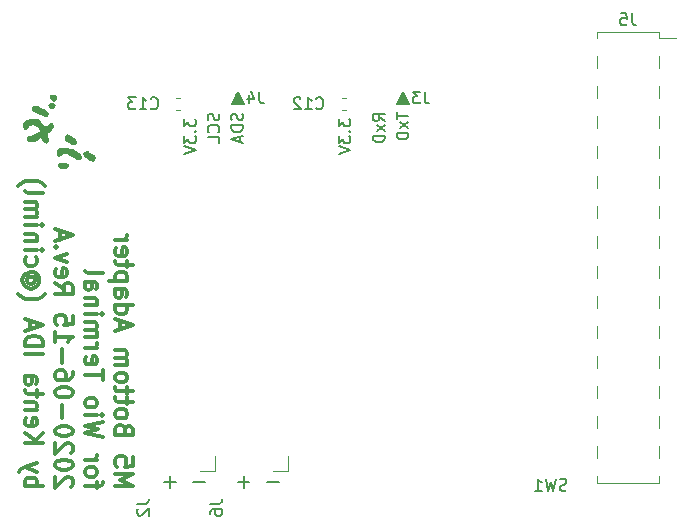
<source format=gbo>
G04 #@! TF.GenerationSoftware,KiCad,Pcbnew,(5.0.0)*
G04 #@! TF.CreationDate,2020-06-15T03:52:37+09:00*
G04 #@! TF.ProjectId,WioTerminal_M5Adapter,57696F5465726D696E616C5F4D354164,rev?*
G04 #@! TF.SameCoordinates,PX206cc80PYfe6f74f0*
G04 #@! TF.FileFunction,Legend,Bot*
G04 #@! TF.FilePolarity,Positive*
%FSLAX46Y46*%
G04 Gerber Fmt 4.6, Leading zero omitted, Abs format (unit mm)*
G04 Created by KiCad (PCBNEW (5.0.0)) date 06/15/20 03:52:37*
%MOMM*%
%LPD*%
G01*
G04 APERTURE LIST*
%ADD10C,0.150000*%
%ADD11C,0.200000*%
%ADD12C,0.300000*%
%ADD13C,0.120000*%
%ADD14C,0.010000*%
G04 APERTURE END LIST*
D10*
X-16800000Y-19000000D02*
X-17800000Y-19000000D01*
X-19200000Y-19000000D02*
X-20200000Y-19000000D01*
X-19700000Y-18500000D02*
X-19700000Y-19500000D01*
D11*
X-5447620Y11727142D02*
X-5447620Y11108095D01*
X-5066667Y11441428D01*
X-5066667Y11298571D01*
X-5019048Y11203333D01*
X-4971429Y11155714D01*
X-4876191Y11108095D01*
X-4638096Y11108095D01*
X-4542858Y11155714D01*
X-4495239Y11203333D01*
X-4447620Y11298571D01*
X-4447620Y11584285D01*
X-4495239Y11679523D01*
X-4542858Y11727142D01*
X-4542858Y10679523D02*
X-4495239Y10631904D01*
X-4447620Y10679523D01*
X-4495239Y10727142D01*
X-4542858Y10679523D01*
X-4447620Y10679523D01*
X-5447620Y10298571D02*
X-5447620Y9679523D01*
X-5066667Y10012857D01*
X-5066667Y9870000D01*
X-5019048Y9774761D01*
X-4971429Y9727142D01*
X-4876191Y9679523D01*
X-4638096Y9679523D01*
X-4542858Y9727142D01*
X-4495239Y9774761D01*
X-4447620Y9870000D01*
X-4447620Y10155714D01*
X-4495239Y10250952D01*
X-4542858Y10298571D01*
X-5447620Y9393809D02*
X-4447620Y9060476D01*
X-5447620Y8727142D01*
X-18547620Y11727142D02*
X-18547620Y11108095D01*
X-18166667Y11441428D01*
X-18166667Y11298571D01*
X-18119048Y11203333D01*
X-18071429Y11155714D01*
X-17976191Y11108095D01*
X-17738096Y11108095D01*
X-17642858Y11155714D01*
X-17595239Y11203333D01*
X-17547620Y11298571D01*
X-17547620Y11584285D01*
X-17595239Y11679523D01*
X-17642858Y11727142D01*
X-17642858Y10679523D02*
X-17595239Y10631904D01*
X-17547620Y10679523D01*
X-17595239Y10727142D01*
X-17642858Y10679523D01*
X-17547620Y10679523D01*
X-18547620Y10298571D02*
X-18547620Y9679523D01*
X-18166667Y10012857D01*
X-18166667Y9870000D01*
X-18119048Y9774761D01*
X-18071429Y9727142D01*
X-17976191Y9679523D01*
X-17738096Y9679523D01*
X-17642858Y9727142D01*
X-17595239Y9774761D01*
X-17547620Y9870000D01*
X-17547620Y10155714D01*
X-17595239Y10250952D01*
X-17642858Y10298571D01*
X-18547620Y9393809D02*
X-17547620Y9060476D01*
X-18547620Y8727142D01*
X-15595239Y12179523D02*
X-15547620Y12036666D01*
X-15547620Y11798571D01*
X-15595239Y11703333D01*
X-15642858Y11655714D01*
X-15738096Y11608095D01*
X-15833334Y11608095D01*
X-15928572Y11655714D01*
X-15976191Y11703333D01*
X-16023810Y11798571D01*
X-16071429Y11989047D01*
X-16119048Y12084285D01*
X-16166667Y12131904D01*
X-16261905Y12179523D01*
X-16357143Y12179523D01*
X-16452381Y12131904D01*
X-16500000Y12084285D01*
X-16547620Y11989047D01*
X-16547620Y11750952D01*
X-16500000Y11608095D01*
X-15642858Y10608095D02*
X-15595239Y10655714D01*
X-15547620Y10798571D01*
X-15547620Y10893809D01*
X-15595239Y11036666D01*
X-15690477Y11131904D01*
X-15785715Y11179523D01*
X-15976191Y11227142D01*
X-16119048Y11227142D01*
X-16309524Y11179523D01*
X-16404762Y11131904D01*
X-16500000Y11036666D01*
X-16547620Y10893809D01*
X-16547620Y10798571D01*
X-16500000Y10655714D01*
X-16452381Y10608095D01*
X-15547620Y9703333D02*
X-15547620Y10179523D01*
X-16547620Y10179523D01*
X-13595239Y12179523D02*
X-13547620Y12036666D01*
X-13547620Y11798571D01*
X-13595239Y11703333D01*
X-13642858Y11655714D01*
X-13738096Y11608095D01*
X-13833334Y11608095D01*
X-13928572Y11655714D01*
X-13976191Y11703333D01*
X-14023810Y11798571D01*
X-14071429Y11989047D01*
X-14119048Y12084285D01*
X-14166667Y12131904D01*
X-14261905Y12179523D01*
X-14357143Y12179523D01*
X-14452381Y12131904D01*
X-14500000Y12084285D01*
X-14547620Y11989047D01*
X-14547620Y11750952D01*
X-14500000Y11608095D01*
X-13547620Y11179523D02*
X-14547620Y11179523D01*
X-14547620Y10941428D01*
X-14500000Y10798571D01*
X-14404762Y10703333D01*
X-14309524Y10655714D01*
X-14119048Y10608095D01*
X-13976191Y10608095D01*
X-13785715Y10655714D01*
X-13690477Y10703333D01*
X-13595239Y10798571D01*
X-13547620Y10941428D01*
X-13547620Y11179523D01*
X-13833334Y10227142D02*
X-13833334Y9750952D01*
X-13547620Y10322380D02*
X-14547620Y9989047D01*
X-13547620Y9655714D01*
X-1547620Y11560476D02*
X-2023810Y11893809D01*
X-1547620Y12131904D02*
X-2547620Y12131904D01*
X-2547620Y11750952D01*
X-2500000Y11655714D01*
X-2452381Y11608095D01*
X-2357143Y11560476D01*
X-2214286Y11560476D01*
X-2119048Y11608095D01*
X-2071429Y11655714D01*
X-2023810Y11750952D01*
X-2023810Y12131904D01*
X-1547620Y11227142D02*
X-2214286Y10703333D01*
X-2214286Y11227142D02*
X-1547620Y10703333D01*
X-1547620Y10322380D02*
X-2547620Y10322380D01*
X-2547620Y10084285D01*
X-2500000Y9941428D01*
X-2404762Y9846190D01*
X-2309524Y9798571D01*
X-2119048Y9750952D01*
X-1976191Y9750952D01*
X-1785715Y9798571D01*
X-1690477Y9846190D01*
X-1595239Y9941428D01*
X-1547620Y10084285D01*
X-1547620Y10322380D01*
X-547620Y12274761D02*
X-547620Y11703333D01*
X452380Y11989047D02*
X-547620Y11989047D01*
X452380Y11465238D02*
X-214286Y10941428D01*
X-214286Y11465238D02*
X452380Y10941428D01*
X452380Y10560476D02*
X-547620Y10560476D01*
X-547620Y10322380D01*
X-500000Y10179523D01*
X-404762Y10084285D01*
X-309524Y10036666D01*
X-119048Y9989047D01*
X23809Y9989047D01*
X214285Y10036666D01*
X309523Y10084285D01*
X404761Y10179523D01*
X452380Y10322380D01*
X452380Y10560476D01*
D10*
X-10500000Y-19000000D02*
X-11500000Y-19000000D01*
X-13500000Y-18500000D02*
X-13500000Y-19500000D01*
X-13000000Y-19000000D02*
X-14000000Y-19000000D01*
D12*
X-24353572Y-19347858D02*
X-22853572Y-19347858D01*
X-23925000Y-18847858D01*
X-22853572Y-18347858D01*
X-24353572Y-18347858D01*
X-22853572Y-16919286D02*
X-22853572Y-17633572D01*
X-23567858Y-17705000D01*
X-23496429Y-17633572D01*
X-23425000Y-17490715D01*
X-23425000Y-17133572D01*
X-23496429Y-16990715D01*
X-23567858Y-16919286D01*
X-23710715Y-16847858D01*
X-24067858Y-16847858D01*
X-24210715Y-16919286D01*
X-24282143Y-16990715D01*
X-24353572Y-17133572D01*
X-24353572Y-17490715D01*
X-24282143Y-17633572D01*
X-24210715Y-17705000D01*
X-23567858Y-14562143D02*
X-23639286Y-14347858D01*
X-23710715Y-14276429D01*
X-23853572Y-14205001D01*
X-24067858Y-14205001D01*
X-24210715Y-14276429D01*
X-24282143Y-14347858D01*
X-24353572Y-14490715D01*
X-24353572Y-15062143D01*
X-22853572Y-15062143D01*
X-22853572Y-14562143D01*
X-22925000Y-14419286D01*
X-22996429Y-14347858D01*
X-23139286Y-14276429D01*
X-23282143Y-14276429D01*
X-23425000Y-14347858D01*
X-23496429Y-14419286D01*
X-23567858Y-14562143D01*
X-23567858Y-15062143D01*
X-24353572Y-13347858D02*
X-24282143Y-13490715D01*
X-24210715Y-13562143D01*
X-24067858Y-13633572D01*
X-23639286Y-13633572D01*
X-23496429Y-13562143D01*
X-23425000Y-13490715D01*
X-23353572Y-13347858D01*
X-23353572Y-13133572D01*
X-23425000Y-12990715D01*
X-23496429Y-12919286D01*
X-23639286Y-12847858D01*
X-24067858Y-12847858D01*
X-24210715Y-12919286D01*
X-24282143Y-12990715D01*
X-24353572Y-13133572D01*
X-24353572Y-13347858D01*
X-23353572Y-12419286D02*
X-23353572Y-11847858D01*
X-22853572Y-12205001D02*
X-24139286Y-12205001D01*
X-24282143Y-12133572D01*
X-24353572Y-11990715D01*
X-24353572Y-11847858D01*
X-23353572Y-11562143D02*
X-23353572Y-10990715D01*
X-22853572Y-11347858D02*
X-24139286Y-11347858D01*
X-24282143Y-11276429D01*
X-24353572Y-11133572D01*
X-24353572Y-10990715D01*
X-24353572Y-10276429D02*
X-24282143Y-10419286D01*
X-24210715Y-10490715D01*
X-24067858Y-10562143D01*
X-23639286Y-10562143D01*
X-23496429Y-10490715D01*
X-23425000Y-10419286D01*
X-23353572Y-10276429D01*
X-23353572Y-10062143D01*
X-23425000Y-9919286D01*
X-23496429Y-9847858D01*
X-23639286Y-9776429D01*
X-24067858Y-9776429D01*
X-24210715Y-9847858D01*
X-24282143Y-9919286D01*
X-24353572Y-10062143D01*
X-24353572Y-10276429D01*
X-24353572Y-9133572D02*
X-23353572Y-9133572D01*
X-23496429Y-9133572D02*
X-23425000Y-9062143D01*
X-23353572Y-8919286D01*
X-23353572Y-8705001D01*
X-23425000Y-8562143D01*
X-23567858Y-8490715D01*
X-24353572Y-8490715D01*
X-23567858Y-8490715D02*
X-23425000Y-8419286D01*
X-23353572Y-8276429D01*
X-23353572Y-8062143D01*
X-23425000Y-7919286D01*
X-23567858Y-7847858D01*
X-24353572Y-7847858D01*
X-23925000Y-6062143D02*
X-23925000Y-5347858D01*
X-24353572Y-6205001D02*
X-22853572Y-5705001D01*
X-24353572Y-5205001D01*
X-24353572Y-4062143D02*
X-22853572Y-4062143D01*
X-24282143Y-4062143D02*
X-24353572Y-4205001D01*
X-24353572Y-4490715D01*
X-24282143Y-4633572D01*
X-24210715Y-4705001D01*
X-24067858Y-4776429D01*
X-23639286Y-4776429D01*
X-23496429Y-4705001D01*
X-23425000Y-4633572D01*
X-23353572Y-4490715D01*
X-23353572Y-4205001D01*
X-23425000Y-4062143D01*
X-24353572Y-2705001D02*
X-23567858Y-2705001D01*
X-23425000Y-2776429D01*
X-23353572Y-2919286D01*
X-23353572Y-3205001D01*
X-23425000Y-3347858D01*
X-24282143Y-2705001D02*
X-24353572Y-2847858D01*
X-24353572Y-3205001D01*
X-24282143Y-3347858D01*
X-24139286Y-3419286D01*
X-23996429Y-3419286D01*
X-23853572Y-3347858D01*
X-23782143Y-3205001D01*
X-23782143Y-2847858D01*
X-23710715Y-2705001D01*
X-23353572Y-1990715D02*
X-24853572Y-1990715D01*
X-23425000Y-1990715D02*
X-23353572Y-1847858D01*
X-23353572Y-1562143D01*
X-23425000Y-1419286D01*
X-23496429Y-1347858D01*
X-23639286Y-1276429D01*
X-24067858Y-1276429D01*
X-24210715Y-1347858D01*
X-24282143Y-1419286D01*
X-24353572Y-1562143D01*
X-24353572Y-1847858D01*
X-24282143Y-1990715D01*
X-23353572Y-847858D02*
X-23353572Y-276429D01*
X-22853572Y-633572D02*
X-24139286Y-633572D01*
X-24282143Y-562143D01*
X-24353572Y-419286D01*
X-24353572Y-276429D01*
X-24282143Y794999D02*
X-24353572Y652142D01*
X-24353572Y366428D01*
X-24282143Y223571D01*
X-24139286Y152142D01*
X-23567858Y152142D01*
X-23425000Y223571D01*
X-23353572Y366428D01*
X-23353572Y652142D01*
X-23425000Y794999D01*
X-23567858Y866428D01*
X-23710715Y866428D01*
X-23853572Y152142D01*
X-24353572Y1509285D02*
X-23353572Y1509285D01*
X-23639286Y1509285D02*
X-23496429Y1580714D01*
X-23425000Y1652142D01*
X-23353572Y1794999D01*
X-23353572Y1937857D01*
X-25903572Y-19562143D02*
X-25903572Y-18990715D01*
X-26903572Y-19347858D02*
X-25617858Y-19347858D01*
X-25475000Y-19276429D01*
X-25403572Y-19133572D01*
X-25403572Y-18990715D01*
X-26903572Y-18276429D02*
X-26832143Y-18419286D01*
X-26760715Y-18490715D01*
X-26617858Y-18562143D01*
X-26189286Y-18562143D01*
X-26046429Y-18490715D01*
X-25975000Y-18419286D01*
X-25903572Y-18276429D01*
X-25903572Y-18062143D01*
X-25975000Y-17919286D01*
X-26046429Y-17847858D01*
X-26189286Y-17776429D01*
X-26617858Y-17776429D01*
X-26760715Y-17847858D01*
X-26832143Y-17919286D01*
X-26903572Y-18062143D01*
X-26903572Y-18276429D01*
X-26903572Y-17133572D02*
X-25903572Y-17133572D01*
X-26189286Y-17133572D02*
X-26046429Y-17062143D01*
X-25975000Y-16990715D01*
X-25903572Y-16847858D01*
X-25903572Y-16705000D01*
X-25403572Y-15205000D02*
X-26903572Y-14847858D01*
X-25832143Y-14562143D01*
X-26903572Y-14276429D01*
X-25403572Y-13919286D01*
X-26903572Y-13347858D02*
X-25903572Y-13347858D01*
X-25403572Y-13347858D02*
X-25475000Y-13419286D01*
X-25546429Y-13347858D01*
X-25475000Y-13276429D01*
X-25403572Y-13347858D01*
X-25546429Y-13347858D01*
X-26903572Y-12419286D02*
X-26832143Y-12562143D01*
X-26760715Y-12633572D01*
X-26617858Y-12705000D01*
X-26189286Y-12705000D01*
X-26046429Y-12633572D01*
X-25975000Y-12562143D01*
X-25903572Y-12419286D01*
X-25903572Y-12205000D01*
X-25975000Y-12062143D01*
X-26046429Y-11990715D01*
X-26189286Y-11919286D01*
X-26617858Y-11919286D01*
X-26760715Y-11990715D01*
X-26832143Y-12062143D01*
X-26903572Y-12205000D01*
X-26903572Y-12419286D01*
X-25403572Y-10347858D02*
X-25403572Y-9490715D01*
X-26903572Y-9919286D02*
X-25403572Y-9919286D01*
X-26832143Y-8419286D02*
X-26903572Y-8562143D01*
X-26903572Y-8847858D01*
X-26832143Y-8990715D01*
X-26689286Y-9062143D01*
X-26117858Y-9062143D01*
X-25975000Y-8990715D01*
X-25903572Y-8847858D01*
X-25903572Y-8562143D01*
X-25975000Y-8419286D01*
X-26117858Y-8347858D01*
X-26260715Y-8347858D01*
X-26403572Y-9062143D01*
X-26903572Y-7705000D02*
X-25903572Y-7705000D01*
X-26189286Y-7705000D02*
X-26046429Y-7633572D01*
X-25975000Y-7562143D01*
X-25903572Y-7419286D01*
X-25903572Y-7276429D01*
X-26903572Y-6776429D02*
X-25903572Y-6776429D01*
X-26046429Y-6776429D02*
X-25975000Y-6705000D01*
X-25903572Y-6562143D01*
X-25903572Y-6347858D01*
X-25975000Y-6205000D01*
X-26117858Y-6133572D01*
X-26903572Y-6133572D01*
X-26117858Y-6133572D02*
X-25975000Y-6062143D01*
X-25903572Y-5919286D01*
X-25903572Y-5705000D01*
X-25975000Y-5562143D01*
X-26117858Y-5490715D01*
X-26903572Y-5490715D01*
X-26903572Y-4776429D02*
X-25903572Y-4776429D01*
X-25403572Y-4776429D02*
X-25475000Y-4847858D01*
X-25546429Y-4776429D01*
X-25475000Y-4705000D01*
X-25403572Y-4776429D01*
X-25546429Y-4776429D01*
X-25903572Y-4062143D02*
X-26903572Y-4062143D01*
X-26046429Y-4062143D02*
X-25975000Y-3990715D01*
X-25903572Y-3847858D01*
X-25903572Y-3633572D01*
X-25975000Y-3490715D01*
X-26117858Y-3419286D01*
X-26903572Y-3419286D01*
X-26903572Y-2062143D02*
X-26117858Y-2062143D01*
X-25975000Y-2133572D01*
X-25903572Y-2276429D01*
X-25903572Y-2562143D01*
X-25975000Y-2705000D01*
X-26832143Y-2062143D02*
X-26903572Y-2205000D01*
X-26903572Y-2562143D01*
X-26832143Y-2705000D01*
X-26689286Y-2776429D01*
X-26546429Y-2776429D01*
X-26403572Y-2705000D01*
X-26332143Y-2562143D01*
X-26332143Y-2205000D01*
X-26260715Y-2062143D01*
X-26903572Y-1133572D02*
X-26832143Y-1276429D01*
X-26689286Y-1347858D01*
X-25403572Y-1347858D01*
X-28096429Y-19419286D02*
X-28025000Y-19347858D01*
X-27953572Y-19205000D01*
X-27953572Y-18847858D01*
X-28025000Y-18705000D01*
X-28096429Y-18633572D01*
X-28239286Y-18562143D01*
X-28382143Y-18562143D01*
X-28596429Y-18633572D01*
X-29453572Y-19490715D01*
X-29453572Y-18562143D01*
X-27953572Y-17633572D02*
X-27953572Y-17490715D01*
X-28025000Y-17347858D01*
X-28096429Y-17276429D01*
X-28239286Y-17205000D01*
X-28525000Y-17133572D01*
X-28882143Y-17133572D01*
X-29167858Y-17205000D01*
X-29310715Y-17276429D01*
X-29382143Y-17347858D01*
X-29453572Y-17490715D01*
X-29453572Y-17633572D01*
X-29382143Y-17776429D01*
X-29310715Y-17847858D01*
X-29167858Y-17919286D01*
X-28882143Y-17990715D01*
X-28525000Y-17990715D01*
X-28239286Y-17919286D01*
X-28096429Y-17847858D01*
X-28025000Y-17776429D01*
X-27953572Y-17633572D01*
X-28096429Y-16562143D02*
X-28025000Y-16490715D01*
X-27953572Y-16347858D01*
X-27953572Y-15990715D01*
X-28025000Y-15847858D01*
X-28096429Y-15776429D01*
X-28239286Y-15705000D01*
X-28382143Y-15705000D01*
X-28596429Y-15776429D01*
X-29453572Y-16633572D01*
X-29453572Y-15705000D01*
X-27953572Y-14776429D02*
X-27953572Y-14633572D01*
X-28025000Y-14490715D01*
X-28096429Y-14419286D01*
X-28239286Y-14347858D01*
X-28525000Y-14276429D01*
X-28882143Y-14276429D01*
X-29167858Y-14347858D01*
X-29310715Y-14419286D01*
X-29382143Y-14490715D01*
X-29453572Y-14633572D01*
X-29453572Y-14776429D01*
X-29382143Y-14919286D01*
X-29310715Y-14990715D01*
X-29167858Y-15062143D01*
X-28882143Y-15133572D01*
X-28525000Y-15133572D01*
X-28239286Y-15062143D01*
X-28096429Y-14990715D01*
X-28025000Y-14919286D01*
X-27953572Y-14776429D01*
X-28882143Y-13633572D02*
X-28882143Y-12490715D01*
X-27953572Y-11490715D02*
X-27953572Y-11347858D01*
X-28025000Y-11205000D01*
X-28096429Y-11133572D01*
X-28239286Y-11062143D01*
X-28525000Y-10990715D01*
X-28882143Y-10990715D01*
X-29167858Y-11062143D01*
X-29310715Y-11133572D01*
X-29382143Y-11205000D01*
X-29453572Y-11347858D01*
X-29453572Y-11490715D01*
X-29382143Y-11633572D01*
X-29310715Y-11705000D01*
X-29167858Y-11776429D01*
X-28882143Y-11847858D01*
X-28525000Y-11847858D01*
X-28239286Y-11776429D01*
X-28096429Y-11705000D01*
X-28025000Y-11633572D01*
X-27953572Y-11490715D01*
X-27953572Y-9705000D02*
X-27953572Y-9990715D01*
X-28025000Y-10133572D01*
X-28096429Y-10205000D01*
X-28310715Y-10347858D01*
X-28596429Y-10419286D01*
X-29167858Y-10419286D01*
X-29310715Y-10347858D01*
X-29382143Y-10276429D01*
X-29453572Y-10133572D01*
X-29453572Y-9847858D01*
X-29382143Y-9705000D01*
X-29310715Y-9633572D01*
X-29167858Y-9562143D01*
X-28810715Y-9562143D01*
X-28667858Y-9633572D01*
X-28596429Y-9705000D01*
X-28525000Y-9847858D01*
X-28525000Y-10133572D01*
X-28596429Y-10276429D01*
X-28667858Y-10347858D01*
X-28810715Y-10419286D01*
X-28882143Y-8919286D02*
X-28882143Y-7776429D01*
X-29453572Y-6276429D02*
X-29453572Y-7133572D01*
X-29453572Y-6705000D02*
X-27953572Y-6705000D01*
X-28167858Y-6847858D01*
X-28310715Y-6990715D01*
X-28382143Y-7133572D01*
X-27953572Y-4919286D02*
X-27953572Y-5633572D01*
X-28667858Y-5705000D01*
X-28596429Y-5633572D01*
X-28525000Y-5490715D01*
X-28525000Y-5133572D01*
X-28596429Y-4990715D01*
X-28667858Y-4919286D01*
X-28810715Y-4847858D01*
X-29167858Y-4847858D01*
X-29310715Y-4919286D01*
X-29382143Y-4990715D01*
X-29453572Y-5133572D01*
X-29453572Y-5490715D01*
X-29382143Y-5633572D01*
X-29310715Y-5705000D01*
X-29453572Y-2205000D02*
X-28739286Y-2705000D01*
X-29453572Y-3062143D02*
X-27953572Y-3062143D01*
X-27953572Y-2490715D01*
X-28025000Y-2347858D01*
X-28096429Y-2276429D01*
X-28239286Y-2205000D01*
X-28453572Y-2205000D01*
X-28596429Y-2276429D01*
X-28667858Y-2347858D01*
X-28739286Y-2490715D01*
X-28739286Y-3062143D01*
X-29382143Y-990715D02*
X-29453572Y-1133572D01*
X-29453572Y-1419286D01*
X-29382143Y-1562143D01*
X-29239286Y-1633572D01*
X-28667858Y-1633572D01*
X-28525000Y-1562143D01*
X-28453572Y-1419286D01*
X-28453572Y-1133572D01*
X-28525000Y-990715D01*
X-28667858Y-919286D01*
X-28810715Y-919286D01*
X-28953572Y-1633572D01*
X-28453572Y-419286D02*
X-29453572Y-62143D01*
X-28453572Y295000D01*
X-29310715Y866428D02*
X-29382143Y937857D01*
X-29453572Y866428D01*
X-29382143Y795000D01*
X-29310715Y866428D01*
X-29453572Y866428D01*
X-29025000Y1509285D02*
X-29025000Y2223571D01*
X-29453572Y1366428D02*
X-27953572Y1866428D01*
X-29453572Y2366428D01*
X-32003572Y-19347858D02*
X-30503572Y-19347858D01*
X-31075000Y-19347858D02*
X-31003572Y-19205000D01*
X-31003572Y-18919286D01*
X-31075000Y-18776429D01*
X-31146429Y-18705000D01*
X-31289286Y-18633572D01*
X-31717858Y-18633572D01*
X-31860715Y-18705000D01*
X-31932143Y-18776429D01*
X-32003572Y-18919286D01*
X-32003572Y-19205000D01*
X-31932143Y-19347858D01*
X-31003572Y-18133572D02*
X-32003572Y-17776429D01*
X-31003572Y-17419286D02*
X-32003572Y-17776429D01*
X-32360715Y-17919286D01*
X-32432143Y-17990715D01*
X-32503572Y-18133572D01*
X-32003572Y-15705000D02*
X-30503572Y-15705000D01*
X-32003572Y-14847858D02*
X-31146429Y-15490715D01*
X-30503572Y-14847858D02*
X-31360715Y-15705000D01*
X-31932143Y-13633572D02*
X-32003572Y-13776429D01*
X-32003572Y-14062143D01*
X-31932143Y-14205000D01*
X-31789286Y-14276429D01*
X-31217858Y-14276429D01*
X-31075000Y-14205000D01*
X-31003572Y-14062143D01*
X-31003572Y-13776429D01*
X-31075000Y-13633572D01*
X-31217858Y-13562143D01*
X-31360715Y-13562143D01*
X-31503572Y-14276429D01*
X-31003572Y-12919286D02*
X-32003572Y-12919286D01*
X-31146429Y-12919286D02*
X-31075000Y-12847858D01*
X-31003572Y-12705000D01*
X-31003572Y-12490715D01*
X-31075000Y-12347858D01*
X-31217858Y-12276429D01*
X-32003572Y-12276429D01*
X-31003572Y-11776429D02*
X-31003572Y-11205000D01*
X-30503572Y-11562143D02*
X-31789286Y-11562143D01*
X-31932143Y-11490715D01*
X-32003572Y-11347858D01*
X-32003572Y-11205000D01*
X-32003572Y-10062143D02*
X-31217858Y-10062143D01*
X-31075000Y-10133572D01*
X-31003572Y-10276429D01*
X-31003572Y-10562143D01*
X-31075000Y-10705000D01*
X-31932143Y-10062143D02*
X-32003572Y-10205000D01*
X-32003572Y-10562143D01*
X-31932143Y-10705000D01*
X-31789286Y-10776429D01*
X-31646429Y-10776429D01*
X-31503572Y-10705000D01*
X-31432143Y-10562143D01*
X-31432143Y-10205000D01*
X-31360715Y-10062143D01*
X-32003572Y-8205000D02*
X-30503572Y-8205000D01*
X-32003572Y-7490715D02*
X-30503572Y-7490715D01*
X-30503572Y-7133572D01*
X-30575000Y-6919286D01*
X-30717858Y-6776429D01*
X-30860715Y-6705000D01*
X-31146429Y-6633572D01*
X-31360715Y-6633572D01*
X-31646429Y-6705000D01*
X-31789286Y-6776429D01*
X-31932143Y-6919286D01*
X-32003572Y-7133572D01*
X-32003572Y-7490715D01*
X-31575000Y-6062143D02*
X-31575000Y-5347858D01*
X-32003572Y-6205000D02*
X-30503572Y-5705000D01*
X-32003572Y-5205000D01*
X-32575000Y-3133572D02*
X-32503572Y-3205000D01*
X-32289286Y-3347858D01*
X-32146429Y-3419286D01*
X-31932143Y-3490715D01*
X-31575000Y-3562143D01*
X-31289286Y-3562143D01*
X-30932143Y-3490715D01*
X-30717858Y-3419286D01*
X-30575000Y-3347858D01*
X-30360715Y-3205000D01*
X-30289286Y-3133572D01*
X-31289286Y-1633572D02*
X-31217858Y-1705000D01*
X-31146429Y-1847858D01*
X-31146429Y-1990715D01*
X-31217858Y-2133572D01*
X-31289286Y-2205000D01*
X-31432143Y-2276429D01*
X-31575000Y-2276429D01*
X-31717858Y-2205000D01*
X-31789286Y-2133572D01*
X-31860715Y-1990715D01*
X-31860715Y-1847858D01*
X-31789286Y-1705000D01*
X-31717858Y-1633572D01*
X-31146429Y-1633572D02*
X-31717858Y-1633572D01*
X-31789286Y-1562143D01*
X-31789286Y-1490715D01*
X-31717858Y-1347858D01*
X-31575000Y-1276429D01*
X-31217858Y-1276429D01*
X-31003572Y-1419286D01*
X-30860715Y-1633572D01*
X-30789286Y-1919286D01*
X-30860715Y-2205000D01*
X-31003572Y-2419286D01*
X-31217858Y-2562143D01*
X-31503572Y-2633572D01*
X-31789286Y-2562143D01*
X-32003572Y-2419286D01*
X-32146429Y-2205000D01*
X-32217858Y-1919286D01*
X-32146429Y-1633572D01*
X-32003572Y-1419286D01*
X-31932143Y9285D02*
X-32003572Y-133572D01*
X-32003572Y-419286D01*
X-31932143Y-562143D01*
X-31860715Y-633572D01*
X-31717858Y-705000D01*
X-31289286Y-705000D01*
X-31146429Y-633572D01*
X-31075000Y-562143D01*
X-31003572Y-419286D01*
X-31003572Y-133572D01*
X-31075000Y9285D01*
X-32003572Y652142D02*
X-31003572Y652142D01*
X-30503572Y652142D02*
X-30575000Y580714D01*
X-30646429Y652142D01*
X-30575000Y723571D01*
X-30503572Y652142D01*
X-30646429Y652142D01*
X-31003572Y1366428D02*
X-32003572Y1366428D01*
X-31146429Y1366428D02*
X-31075000Y1437857D01*
X-31003572Y1580714D01*
X-31003572Y1795000D01*
X-31075000Y1937857D01*
X-31217858Y2009285D01*
X-32003572Y2009285D01*
X-32003572Y2723571D02*
X-31003572Y2723571D01*
X-30503572Y2723571D02*
X-30575000Y2652142D01*
X-30646429Y2723571D01*
X-30575000Y2795000D01*
X-30503572Y2723571D01*
X-30646429Y2723571D01*
X-32003572Y3437857D02*
X-31003572Y3437857D01*
X-31146429Y3437857D02*
X-31075000Y3509285D01*
X-31003572Y3652142D01*
X-31003572Y3866428D01*
X-31075000Y4009285D01*
X-31217858Y4080714D01*
X-32003572Y4080714D01*
X-31217858Y4080714D02*
X-31075000Y4152142D01*
X-31003572Y4295000D01*
X-31003572Y4509285D01*
X-31075000Y4652142D01*
X-31217858Y4723571D01*
X-32003572Y4723571D01*
X-32003572Y5652142D02*
X-31932143Y5509285D01*
X-31789286Y5437857D01*
X-30503572Y5437857D01*
X-32575000Y6080714D02*
X-32503572Y6152142D01*
X-32289286Y6295000D01*
X-32146429Y6366428D01*
X-31932143Y6437857D01*
X-31575000Y6509285D01*
X-31289286Y6509285D01*
X-30932143Y6437857D01*
X-30717858Y6366428D01*
X-30575000Y6295000D01*
X-30360715Y6152142D01*
X-30289286Y6080714D01*
D13*
G04 #@! TO.C,J2*
X-17200000Y-18070000D02*
X-15930000Y-18070000D01*
X-15930000Y-18070000D02*
X-15930000Y-16800000D01*
G04 #@! TO.C,J6*
X-9730000Y-18070000D02*
X-9730000Y-16800000D01*
X-11000000Y-18070000D02*
X-9730000Y-18070000D01*
D14*
G04 #@! TO.C,LOGO1*
G36*
X-29620011Y11147208D02*
X-29657204Y11243941D01*
X-29718331Y11329010D01*
X-29758298Y11362591D01*
X-29821283Y11388795D01*
X-29887618Y11380807D01*
X-29965844Y11334837D01*
X-30064499Y11247095D01*
X-30100828Y11210551D01*
X-30173708Y11139543D01*
X-30233387Y11088192D01*
X-30267624Y11066975D01*
X-30268675Y11066889D01*
X-30297315Y11085777D01*
X-30358262Y11137916D01*
X-30444035Y11216521D01*
X-30547153Y11314808D01*
X-30613038Y11379222D01*
X-30929605Y11691554D01*
X-31410677Y11682611D01*
X-31891748Y11673667D01*
X-32019874Y11547846D01*
X-32148000Y11422026D01*
X-32148000Y11190061D01*
X-32146697Y11074067D01*
X-32140309Y10999979D01*
X-32125118Y10953278D01*
X-32097407Y10919444D01*
X-32073639Y10899604D01*
X-32008353Y10858846D01*
X-31953292Y10841135D01*
X-31951919Y10841111D01*
X-31892835Y10864583D01*
X-31826849Y10924135D01*
X-31768103Y11003475D01*
X-31730740Y11086310D01*
X-31727525Y11099604D01*
X-31697565Y11177010D01*
X-31640010Y11227080D01*
X-31546742Y11253336D01*
X-31409646Y11259301D01*
X-31362875Y11257838D01*
X-31156305Y11249039D01*
X-30946597Y11034523D01*
X-30860060Y10942016D01*
X-30790892Y10860491D01*
X-30747488Y10800313D01*
X-30736889Y10775545D01*
X-30759181Y10723290D01*
X-30815257Y10659327D01*
X-30888921Y10598171D01*
X-30963972Y10554338D01*
X-30995550Y10543754D01*
X-31064516Y10517456D01*
X-31104085Y10487963D01*
X-31151380Y10453874D01*
X-31225844Y10420486D01*
X-31240091Y10415654D01*
X-31322499Y10382052D01*
X-31387747Y10343593D01*
X-31393510Y10338869D01*
X-31448791Y10310718D01*
X-31536932Y10285410D01*
X-31600643Y10273974D01*
X-31734255Y10243490D01*
X-31818978Y10192658D01*
X-31859983Y10117355D01*
X-31865778Y10062674D01*
X-31851953Y9977092D01*
X-31806418Y9916511D01*
X-31723080Y9877812D01*
X-31595848Y9857874D01*
X-31457124Y9853334D01*
X-31329537Y9855009D01*
X-31245551Y9861544D01*
X-31192385Y9875205D01*
X-31157255Y9898255D01*
X-31147559Y9908178D01*
X-31083759Y9953758D01*
X-31009129Y9981571D01*
X-30939394Y10011567D01*
X-30854787Y10068914D01*
X-30800506Y10115932D01*
X-30725368Y10182732D01*
X-30676029Y10203927D01*
X-30641562Y10176543D01*
X-30611037Y10097603D01*
X-30600458Y10061468D01*
X-30561320Y9977930D01*
X-30495652Y9887930D01*
X-30416465Y9804838D01*
X-30336770Y9742028D01*
X-30269575Y9712871D01*
X-30260665Y9712222D01*
X-30204551Y9734915D01*
X-30139138Y9791627D01*
X-30079169Y9865311D01*
X-30039391Y9938919D01*
X-30031334Y9977377D01*
X-30046898Y10040159D01*
X-30086073Y10120887D01*
X-30106170Y10152784D01*
X-30158734Y10255933D01*
X-30184320Y10362483D01*
X-30181988Y10457369D01*
X-30150796Y10525526D01*
X-30130464Y10541689D01*
X-30070951Y10584215D01*
X-29989896Y10654266D01*
X-29897547Y10741457D01*
X-29804156Y10835403D01*
X-29719971Y10925719D01*
X-29655244Y11002019D01*
X-29620224Y11053918D01*
X-29617390Y11061539D01*
X-29620011Y11147208D01*
X-29620011Y11147208D01*
G37*
X-29620011Y11147208D02*
X-29657204Y11243941D01*
X-29718331Y11329010D01*
X-29758298Y11362591D01*
X-29821283Y11388795D01*
X-29887618Y11380807D01*
X-29965844Y11334837D01*
X-30064499Y11247095D01*
X-30100828Y11210551D01*
X-30173708Y11139543D01*
X-30233387Y11088192D01*
X-30267624Y11066975D01*
X-30268675Y11066889D01*
X-30297315Y11085777D01*
X-30358262Y11137916D01*
X-30444035Y11216521D01*
X-30547153Y11314808D01*
X-30613038Y11379222D01*
X-30929605Y11691554D01*
X-31410677Y11682611D01*
X-31891748Y11673667D01*
X-32019874Y11547846D01*
X-32148000Y11422026D01*
X-32148000Y11190061D01*
X-32146697Y11074067D01*
X-32140309Y10999979D01*
X-32125118Y10953278D01*
X-32097407Y10919444D01*
X-32073639Y10899604D01*
X-32008353Y10858846D01*
X-31953292Y10841135D01*
X-31951919Y10841111D01*
X-31892835Y10864583D01*
X-31826849Y10924135D01*
X-31768103Y11003475D01*
X-31730740Y11086310D01*
X-31727525Y11099604D01*
X-31697565Y11177010D01*
X-31640010Y11227080D01*
X-31546742Y11253336D01*
X-31409646Y11259301D01*
X-31362875Y11257838D01*
X-31156305Y11249039D01*
X-30946597Y11034523D01*
X-30860060Y10942016D01*
X-30790892Y10860491D01*
X-30747488Y10800313D01*
X-30736889Y10775545D01*
X-30759181Y10723290D01*
X-30815257Y10659327D01*
X-30888921Y10598171D01*
X-30963972Y10554338D01*
X-30995550Y10543754D01*
X-31064516Y10517456D01*
X-31104085Y10487963D01*
X-31151380Y10453874D01*
X-31225844Y10420486D01*
X-31240091Y10415654D01*
X-31322499Y10382052D01*
X-31387747Y10343593D01*
X-31393510Y10338869D01*
X-31448791Y10310718D01*
X-31536932Y10285410D01*
X-31600643Y10273974D01*
X-31734255Y10243490D01*
X-31818978Y10192658D01*
X-31859983Y10117355D01*
X-31865778Y10062674D01*
X-31851953Y9977092D01*
X-31806418Y9916511D01*
X-31723080Y9877812D01*
X-31595848Y9857874D01*
X-31457124Y9853334D01*
X-31329537Y9855009D01*
X-31245551Y9861544D01*
X-31192385Y9875205D01*
X-31157255Y9898255D01*
X-31147559Y9908178D01*
X-31083759Y9953758D01*
X-31009129Y9981571D01*
X-30939394Y10011567D01*
X-30854787Y10068914D01*
X-30800506Y10115932D01*
X-30725368Y10182732D01*
X-30676029Y10203927D01*
X-30641562Y10176543D01*
X-30611037Y10097603D01*
X-30600458Y10061468D01*
X-30561320Y9977930D01*
X-30495652Y9887930D01*
X-30416465Y9804838D01*
X-30336770Y9742028D01*
X-30269575Y9712871D01*
X-30260665Y9712222D01*
X-30204551Y9734915D01*
X-30139138Y9791627D01*
X-30079169Y9865311D01*
X-30039391Y9938919D01*
X-30031334Y9977377D01*
X-30046898Y10040159D01*
X-30086073Y10120887D01*
X-30106170Y10152784D01*
X-30158734Y10255933D01*
X-30184320Y10362483D01*
X-30181988Y10457369D01*
X-30150796Y10525526D01*
X-30130464Y10541689D01*
X-30070951Y10584215D01*
X-29989896Y10654266D01*
X-29897547Y10741457D01*
X-29804156Y10835403D01*
X-29719971Y10925719D01*
X-29655244Y11002019D01*
X-29620224Y11053918D01*
X-29617390Y11061539D01*
X-29620011Y11147208D01*
G36*
X-30106093Y12275990D02*
X-30169696Y12347291D01*
X-30248928Y12421059D01*
X-30329604Y12484749D01*
X-30397543Y12525820D01*
X-30428217Y12534445D01*
X-30489112Y12552053D01*
X-30560716Y12595389D01*
X-30572703Y12605000D01*
X-30638614Y12651070D01*
X-30694267Y12674723D01*
X-30702260Y12675556D01*
X-30752141Y12690872D01*
X-30824005Y12729438D01*
X-30854589Y12749445D01*
X-30921334Y12790439D01*
X-30983755Y12810827D01*
X-31064115Y12815402D01*
X-31143786Y12811710D01*
X-31285088Y12792012D01*
X-31378163Y12751581D01*
X-31428680Y12686447D01*
X-31442445Y12602674D01*
X-31421336Y12510579D01*
X-31370564Y12453778D01*
X-31291350Y12406417D01*
X-31217292Y12379360D01*
X-31146749Y12353456D01*
X-31103470Y12322407D01*
X-31056176Y12288318D01*
X-30981712Y12254930D01*
X-30967465Y12250098D01*
X-30887131Y12218115D01*
X-30825546Y12183133D01*
X-30819723Y12178451D01*
X-30763020Y12143115D01*
X-30684875Y12109132D01*
X-30678612Y12106947D01*
X-30590983Y12068637D01*
X-30515123Y12022513D01*
X-30514361Y12021928D01*
X-30426260Y11982335D01*
X-30325297Y11970000D01*
X-30240537Y11976774D01*
X-30183182Y12006337D01*
X-30129220Y12067438D01*
X-30077615Y12156007D01*
X-30072301Y12219697D01*
X-30106093Y12275990D01*
X-30106093Y12275990D01*
G37*
X-30106093Y12275990D02*
X-30169696Y12347291D01*
X-30248928Y12421059D01*
X-30329604Y12484749D01*
X-30397543Y12525820D01*
X-30428217Y12534445D01*
X-30489112Y12552053D01*
X-30560716Y12595389D01*
X-30572703Y12605000D01*
X-30638614Y12651070D01*
X-30694267Y12674723D01*
X-30702260Y12675556D01*
X-30752141Y12690872D01*
X-30824005Y12729438D01*
X-30854589Y12749445D01*
X-30921334Y12790439D01*
X-30983755Y12810827D01*
X-31064115Y12815402D01*
X-31143786Y12811710D01*
X-31285088Y12792012D01*
X-31378163Y12751581D01*
X-31428680Y12686447D01*
X-31442445Y12602674D01*
X-31421336Y12510579D01*
X-31370564Y12453778D01*
X-31291350Y12406417D01*
X-31217292Y12379360D01*
X-31146749Y12353456D01*
X-31103470Y12322407D01*
X-31056176Y12288318D01*
X-30981712Y12254930D01*
X-30967465Y12250098D01*
X-30887131Y12218115D01*
X-30825546Y12183133D01*
X-30819723Y12178451D01*
X-30763020Y12143115D01*
X-30684875Y12109132D01*
X-30678612Y12106947D01*
X-30590983Y12068637D01*
X-30515123Y12022513D01*
X-30514361Y12021928D01*
X-30426260Y11982335D01*
X-30325297Y11970000D01*
X-30240537Y11976774D01*
X-30183182Y12006337D01*
X-30129220Y12067438D01*
X-30077615Y12156007D01*
X-30072301Y12219697D01*
X-30106093Y12275990D01*
G36*
X-29531852Y12966534D02*
X-29563223Y13005593D01*
X-29615521Y13055262D01*
X-29675002Y13078658D01*
X-29765353Y13084765D01*
X-29771927Y13084778D01*
X-29901733Y13067945D01*
X-29986684Y13017161D01*
X-30027335Y12931998D01*
X-30031334Y12884897D01*
X-30011088Y12794536D01*
X-29956972Y12734049D01*
X-29849721Y12684825D01*
X-29761925Y12675556D01*
X-29673551Y12683784D01*
X-29611515Y12717069D01*
X-29568176Y12762388D01*
X-29512537Y12840159D01*
X-29500560Y12901815D01*
X-29531852Y12966534D01*
X-29531852Y12966534D01*
G37*
X-29531852Y12966534D02*
X-29563223Y13005593D01*
X-29615521Y13055262D01*
X-29675002Y13078658D01*
X-29765353Y13084765D01*
X-29771927Y13084778D01*
X-29901733Y13067945D01*
X-29986684Y13017161D01*
X-30027335Y12931998D01*
X-30031334Y12884897D01*
X-30011088Y12794536D01*
X-29956972Y12734049D01*
X-29849721Y12684825D01*
X-29761925Y12675556D01*
X-29673551Y12683784D01*
X-29611515Y12717069D01*
X-29568176Y12762388D01*
X-29512537Y12840159D01*
X-29500560Y12901815D01*
X-29531852Y12966534D01*
G36*
X-29363428Y13600714D02*
X-29386205Y13651144D01*
X-29448672Y13776222D01*
X-29650632Y13776222D01*
X-29769347Y13772234D01*
X-29836614Y13759760D01*
X-29856825Y13740945D01*
X-29864971Y13689587D01*
X-29878483Y13616398D01*
X-29883104Y13560413D01*
X-29866674Y13509802D01*
X-29821382Y13447835D01*
X-29776145Y13397202D01*
X-29677949Y13302329D01*
X-29597724Y13255018D01*
X-29526850Y13253042D01*
X-29456709Y13294173D01*
X-29439113Y13310128D01*
X-29364318Y13402040D01*
X-29339814Y13494230D01*
X-29363428Y13600714D01*
X-29363428Y13600714D01*
G37*
X-29363428Y13600714D02*
X-29386205Y13651144D01*
X-29448672Y13776222D01*
X-29650632Y13776222D01*
X-29769347Y13772234D01*
X-29836614Y13759760D01*
X-29856825Y13740945D01*
X-29864971Y13689587D01*
X-29878483Y13616398D01*
X-29883104Y13560413D01*
X-29866674Y13509802D01*
X-29821382Y13447835D01*
X-29776145Y13397202D01*
X-29677949Y13302329D01*
X-29597724Y13255018D01*
X-29526850Y13253042D01*
X-29456709Y13294173D01*
X-29439113Y13310128D01*
X-29364318Y13402040D01*
X-29339814Y13494230D01*
X-29363428Y13600714D01*
G36*
X-27257770Y8564215D02*
X-27311955Y8634895D01*
X-27389204Y8719597D01*
X-27478832Y8807929D01*
X-27570155Y8889498D01*
X-27652488Y8953910D01*
X-27715146Y8990774D01*
X-27727464Y8994691D01*
X-27811652Y9027097D01*
X-27893193Y9078828D01*
X-27895666Y9080876D01*
X-28004372Y9137908D01*
X-28084912Y9147778D01*
X-28216210Y9174710D01*
X-28301469Y9220501D01*
X-28350353Y9251590D01*
X-28396249Y9271863D01*
X-28452008Y9283185D01*
X-28530477Y9287418D01*
X-28644506Y9286429D01*
X-28739045Y9284001D01*
X-29069533Y9274778D01*
X-29194943Y9151619D01*
X-29288192Y9039750D01*
X-29331715Y8929637D01*
X-29329959Y8807184D01*
X-29319190Y8757717D01*
X-29276854Y8673338D01*
X-29208322Y8609518D01*
X-29132149Y8583358D01*
X-29129968Y8583334D01*
X-29089270Y8602044D01*
X-29024459Y8650896D01*
X-28955701Y8713474D01*
X-28870587Y8790280D01*
X-28799244Y8833553D01*
X-28721176Y8854611D01*
X-28693468Y8858279D01*
X-28596596Y8861404D01*
X-28520032Y8838793D01*
X-28457736Y8801350D01*
X-28370010Y8751586D01*
X-28282410Y8716334D01*
X-28262339Y8711175D01*
X-28189226Y8686486D01*
X-28140137Y8653519D01*
X-28092866Y8619371D01*
X-28018436Y8585813D01*
X-28004132Y8580921D01*
X-27926760Y8543031D01*
X-27834080Y8479813D01*
X-27767709Y8424255D01*
X-27687116Y8354572D01*
X-27624116Y8317292D01*
X-27558579Y8302827D01*
X-27509162Y8301111D01*
X-27420295Y8308281D01*
X-27359421Y8337796D01*
X-27310398Y8387943D01*
X-27263480Y8453846D01*
X-27238559Y8508621D01*
X-27237334Y8517951D01*
X-27257770Y8564215D01*
X-27257770Y8564215D01*
G37*
X-27257770Y8564215D02*
X-27311955Y8634895D01*
X-27389204Y8719597D01*
X-27478832Y8807929D01*
X-27570155Y8889498D01*
X-27652488Y8953910D01*
X-27715146Y8990774D01*
X-27727464Y8994691D01*
X-27811652Y9027097D01*
X-27893193Y9078828D01*
X-27895666Y9080876D01*
X-28004372Y9137908D01*
X-28084912Y9147778D01*
X-28216210Y9174710D01*
X-28301469Y9220501D01*
X-28350353Y9251590D01*
X-28396249Y9271863D01*
X-28452008Y9283185D01*
X-28530477Y9287418D01*
X-28644506Y9286429D01*
X-28739045Y9284001D01*
X-29069533Y9274778D01*
X-29194943Y9151619D01*
X-29288192Y9039750D01*
X-29331715Y8929637D01*
X-29329959Y8807184D01*
X-29319190Y8757717D01*
X-29276854Y8673338D01*
X-29208322Y8609518D01*
X-29132149Y8583358D01*
X-29129968Y8583334D01*
X-29089270Y8602044D01*
X-29024459Y8650896D01*
X-28955701Y8713474D01*
X-28870587Y8790280D01*
X-28799244Y8833553D01*
X-28721176Y8854611D01*
X-28693468Y8858279D01*
X-28596596Y8861404D01*
X-28520032Y8838793D01*
X-28457736Y8801350D01*
X-28370010Y8751586D01*
X-28282410Y8716334D01*
X-28262339Y8711175D01*
X-28189226Y8686486D01*
X-28140137Y8653519D01*
X-28092866Y8619371D01*
X-28018436Y8585813D01*
X-28004132Y8580921D01*
X-27926760Y8543031D01*
X-27834080Y8479813D01*
X-27767709Y8424255D01*
X-27687116Y8354572D01*
X-27624116Y8317292D01*
X-27558579Y8302827D01*
X-27509162Y8301111D01*
X-27420295Y8308281D01*
X-27359421Y8337796D01*
X-27310398Y8387943D01*
X-27263480Y8453846D01*
X-27238559Y8508621D01*
X-27237334Y8517951D01*
X-27257770Y8564215D01*
G36*
X-28402561Y7878238D02*
X-28450653Y7933970D01*
X-28535084Y8024354D01*
X-28800524Y8014566D01*
X-28935355Y8007281D01*
X-29026324Y7995659D01*
X-29085983Y7977244D01*
X-29125316Y7951015D01*
X-29176831Y7870562D01*
X-29183052Y7776897D01*
X-29144945Y7689150D01*
X-29110305Y7654049D01*
X-29065605Y7625470D01*
X-29010761Y7607855D01*
X-28931630Y7598741D01*
X-28814069Y7595669D01*
X-28774147Y7595556D01*
X-28650838Y7596303D01*
X-28570198Y7600927D01*
X-28518454Y7612999D01*
X-28481834Y7636090D01*
X-28446562Y7673772D01*
X-28439287Y7682388D01*
X-28384694Y7757562D01*
X-28372168Y7816565D01*
X-28402561Y7878238D01*
X-28402561Y7878238D01*
G37*
X-28402561Y7878238D02*
X-28450653Y7933970D01*
X-28535084Y8024354D01*
X-28800524Y8014566D01*
X-28935355Y8007281D01*
X-29026324Y7995659D01*
X-29085983Y7977244D01*
X-29125316Y7951015D01*
X-29176831Y7870562D01*
X-29183052Y7776897D01*
X-29144945Y7689150D01*
X-29110305Y7654049D01*
X-29065605Y7625470D01*
X-29010761Y7607855D01*
X-28931630Y7598741D01*
X-28814069Y7595669D01*
X-28774147Y7595556D01*
X-28650838Y7596303D01*
X-28570198Y7600927D01*
X-28518454Y7612999D01*
X-28481834Y7636090D01*
X-28446562Y7673772D01*
X-28439287Y7682388D01*
X-28384694Y7757562D01*
X-28372168Y7816565D01*
X-28402561Y7878238D01*
G36*
X-27681103Y9834215D02*
X-27735288Y9904895D01*
X-27812537Y9989597D01*
X-27902165Y10077929D01*
X-27993488Y10159498D01*
X-28075821Y10223910D01*
X-28138479Y10260774D01*
X-28150798Y10264691D01*
X-28234986Y10297097D01*
X-28316526Y10348828D01*
X-28318999Y10350876D01*
X-28393642Y10403230D01*
X-28454023Y10412062D01*
X-28520869Y10378139D01*
X-28545861Y10359285D01*
X-28591354Y10314504D01*
X-28613542Y10259947D01*
X-28620107Y10174394D01*
X-28620222Y10153898D01*
X-28611504Y10049025D01*
X-28588716Y9966353D01*
X-28577802Y9946440D01*
X-28523042Y9897701D01*
X-28443513Y9856515D01*
X-28429635Y9851637D01*
X-28350962Y9813285D01*
X-28257359Y9749682D01*
X-28191043Y9694255D01*
X-28110450Y9624572D01*
X-28047449Y9587292D01*
X-27981912Y9572827D01*
X-27932496Y9571111D01*
X-27843628Y9578281D01*
X-27782755Y9607796D01*
X-27733731Y9657943D01*
X-27686813Y9723846D01*
X-27661893Y9778621D01*
X-27660667Y9787951D01*
X-27681103Y9834215D01*
X-27681103Y9834215D01*
G37*
X-27681103Y9834215D02*
X-27735288Y9904895D01*
X-27812537Y9989597D01*
X-27902165Y10077929D01*
X-27993488Y10159498D01*
X-28075821Y10223910D01*
X-28138479Y10260774D01*
X-28150798Y10264691D01*
X-28234986Y10297097D01*
X-28316526Y10348828D01*
X-28318999Y10350876D01*
X-28393642Y10403230D01*
X-28454023Y10412062D01*
X-28520869Y10378139D01*
X-28545861Y10359285D01*
X-28591354Y10314504D01*
X-28613542Y10259947D01*
X-28620107Y10174394D01*
X-28620222Y10153898D01*
X-28611504Y10049025D01*
X-28588716Y9966353D01*
X-28577802Y9946440D01*
X-28523042Y9897701D01*
X-28443513Y9856515D01*
X-28429635Y9851637D01*
X-28350962Y9813285D01*
X-28257359Y9749682D01*
X-28191043Y9694255D01*
X-28110450Y9624572D01*
X-28047449Y9587292D01*
X-27981912Y9572827D01*
X-27932496Y9571111D01*
X-27843628Y9578281D01*
X-27782755Y9607796D01*
X-27733731Y9657943D01*
X-27686813Y9723846D01*
X-27661893Y9778621D01*
X-27660667Y9787951D01*
X-27681103Y9834215D01*
G36*
X-26132153Y8563172D02*
X-26196708Y8648787D01*
X-26276829Y8707610D01*
X-26344831Y8724445D01*
X-26391040Y8742978D01*
X-26462102Y8791830D01*
X-26543491Y8860873D01*
X-26552176Y8869005D01*
X-26632799Y8943082D01*
X-26689528Y8985034D01*
X-26738588Y9002441D01*
X-26796204Y9002882D01*
X-26831215Y8999343D01*
X-26957485Y8967246D01*
X-27036272Y8904838D01*
X-27067440Y8812235D01*
X-27068000Y8795396D01*
X-27061175Y8746259D01*
X-27035815Y8694811D01*
X-26984594Y8630760D01*
X-26900188Y8543816D01*
X-26863389Y8507946D01*
X-26767401Y8420936D01*
X-26676787Y8348895D01*
X-26604633Y8301771D01*
X-26576339Y8289760D01*
X-26491100Y8255998D01*
X-26424366Y8214695D01*
X-26360111Y8175492D01*
X-26307474Y8160000D01*
X-26253727Y8182024D01*
X-26189608Y8236852D01*
X-26131558Y8307619D01*
X-26096260Y8376651D01*
X-26094793Y8467036D01*
X-26132153Y8563172D01*
X-26132153Y8563172D01*
G37*
X-26132153Y8563172D02*
X-26196708Y8648787D01*
X-26276829Y8707610D01*
X-26344831Y8724445D01*
X-26391040Y8742978D01*
X-26462102Y8791830D01*
X-26543491Y8860873D01*
X-26552176Y8869005D01*
X-26632799Y8943082D01*
X-26689528Y8985034D01*
X-26738588Y9002441D01*
X-26796204Y9002882D01*
X-26831215Y8999343D01*
X-26957485Y8967246D01*
X-27036272Y8904838D01*
X-27067440Y8812235D01*
X-27068000Y8795396D01*
X-27061175Y8746259D01*
X-27035815Y8694811D01*
X-26984594Y8630760D01*
X-26900188Y8543816D01*
X-26863389Y8507946D01*
X-26767401Y8420936D01*
X-26676787Y8348895D01*
X-26604633Y8301771D01*
X-26576339Y8289760D01*
X-26491100Y8255998D01*
X-26424366Y8214695D01*
X-26360111Y8175492D01*
X-26307474Y8160000D01*
X-26253727Y8182024D01*
X-26189608Y8236852D01*
X-26131558Y8307619D01*
X-26096260Y8376651D01*
X-26094793Y8467036D01*
X-26132153Y8563172D01*
D13*
G04 #@! TO.C,C12*
X-4837221Y12490000D02*
X-5162779Y12490000D01*
X-4837221Y13510000D02*
X-5162779Y13510000D01*
G04 #@! TO.C,C13*
X-18924721Y13510000D02*
X-19250279Y13510000D01*
X-18924721Y12490000D02*
X-19250279Y12490000D01*
D10*
G04 #@! TO.C,J3*
X0Y14000000D02*
X500000Y13000000D01*
X500000Y13000000D02*
X-500000Y13000000D01*
X-500000Y13000000D02*
X0Y14000000D01*
X-100000Y13800000D02*
X100000Y13800000D01*
X100000Y13800000D02*
X-100000Y13700000D01*
X-100000Y13700000D02*
X100000Y13700000D01*
X100000Y13700000D02*
X-200000Y13600000D01*
X-200000Y13600000D02*
X200000Y13600000D01*
X200000Y13600000D02*
X-200000Y13500000D01*
X-200000Y13500000D02*
X200000Y13500000D01*
X200000Y13500000D02*
X-300000Y13400000D01*
X-300000Y13400000D02*
X300000Y13400000D01*
X300000Y13400000D02*
X-300000Y13300000D01*
X-300000Y13300000D02*
X300000Y13300000D01*
X300000Y13300000D02*
X-400000Y13200000D01*
X-400000Y13200000D02*
X400000Y13200000D01*
X400000Y13200000D02*
X-400000Y13100000D01*
X-400000Y13100000D02*
X400000Y13100000D01*
G04 #@! TO.C,J4*
X-14400000Y13100000D02*
X-13600000Y13100000D01*
X-13600000Y13200000D02*
X-14400000Y13100000D01*
X-14400000Y13200000D02*
X-13600000Y13200000D01*
X-13700000Y13300000D02*
X-14400000Y13200000D01*
X-14300000Y13300000D02*
X-13700000Y13300000D01*
X-13700000Y13400000D02*
X-14300000Y13300000D01*
X-14300000Y13400000D02*
X-13700000Y13400000D01*
X-13800000Y13500000D02*
X-14300000Y13400000D01*
X-14200000Y13500000D02*
X-13800000Y13500000D01*
X-13800000Y13600000D02*
X-14200000Y13500000D01*
X-14200000Y13600000D02*
X-13800000Y13600000D01*
X-13900000Y13700000D02*
X-14200000Y13600000D01*
X-14100000Y13700000D02*
X-13900000Y13700000D01*
X-13900000Y13800000D02*
X-14100000Y13700000D01*
X-14100000Y13800000D02*
X-13900000Y13800000D01*
X-14500000Y13000000D02*
X-14000000Y14000000D01*
X-13500000Y13000000D02*
X-14500000Y13000000D01*
X-14000000Y14000000D02*
X-13500000Y13000000D01*
D13*
G04 #@! TO.C,J5*
X16450000Y-16000000D02*
X16450000Y-17020000D01*
X21650000Y-16000000D02*
X21650000Y-17020000D01*
X16450000Y-13460000D02*
X16450000Y-14480000D01*
X21650000Y-13460000D02*
X21650000Y-14480000D01*
X16450000Y-10920000D02*
X16450000Y-11940000D01*
X21650000Y-10920000D02*
X21650000Y-11940000D01*
X16450000Y-8380000D02*
X16450000Y-9400000D01*
X21650000Y-8380000D02*
X21650000Y-9400000D01*
X16450000Y-5840000D02*
X16450000Y-6860000D01*
X21650000Y-5840000D02*
X21650000Y-6860000D01*
X16450000Y-3300000D02*
X16450000Y-4320000D01*
X21650000Y-3300000D02*
X21650000Y-4320000D01*
X16450000Y-760000D02*
X16450000Y-1780000D01*
X21650000Y-760000D02*
X21650000Y-1780000D01*
X16450000Y1780000D02*
X16450000Y760000D01*
X21650000Y1780000D02*
X21650000Y760000D01*
X16450000Y4320000D02*
X16450000Y3300000D01*
X21650000Y4320000D02*
X21650000Y3300000D01*
X16450000Y6860000D02*
X16450000Y5840000D01*
X21650000Y6860000D02*
X21650000Y5840000D01*
X16450000Y9400000D02*
X16450000Y8380000D01*
X21650000Y9400000D02*
X21650000Y8380000D01*
X16450000Y11940000D02*
X16450000Y10920000D01*
X21650000Y11940000D02*
X21650000Y10920000D01*
X16450000Y14480000D02*
X16450000Y13460000D01*
X21650000Y14480000D02*
X21650000Y13460000D01*
X16450000Y17020000D02*
X16450000Y16000000D01*
X21650000Y17020000D02*
X21650000Y16000000D01*
X16450000Y-18540000D02*
X16450000Y-19110000D01*
X21650000Y-18540000D02*
X21650000Y-19110000D01*
X16450000Y19110000D02*
X16450000Y18540000D01*
X21650000Y19110000D02*
X21650000Y18540000D01*
X23090000Y18540000D02*
X21650000Y18540000D01*
X21650000Y-19110000D02*
X16450000Y-19110000D01*
X21650000Y19110000D02*
X16450000Y19110000D01*
G04 #@! TO.C,J2*
D10*
X-22517620Y-20851667D02*
X-21803334Y-20851667D01*
X-21660477Y-20804048D01*
X-21565239Y-20708810D01*
X-21517620Y-20565953D01*
X-21517620Y-20470715D01*
X-22422381Y-21280239D02*
X-22470000Y-21327858D01*
X-22517620Y-21423096D01*
X-22517620Y-21661191D01*
X-22470000Y-21756429D01*
X-22422381Y-21804048D01*
X-22327143Y-21851667D01*
X-22231905Y-21851667D01*
X-22089048Y-21804048D01*
X-21517620Y-21232620D01*
X-21517620Y-21851667D01*
G04 #@! TO.C,J6*
X-16317620Y-20851667D02*
X-15603334Y-20851667D01*
X-15460477Y-20804048D01*
X-15365239Y-20708810D01*
X-15317620Y-20565953D01*
X-15317620Y-20470715D01*
X-16317620Y-21756429D02*
X-16317620Y-21565953D01*
X-16270000Y-21470715D01*
X-16222381Y-21423096D01*
X-16079524Y-21327858D01*
X-15889048Y-21280239D01*
X-15508096Y-21280239D01*
X-15412858Y-21327858D01*
X-15365239Y-21375477D01*
X-15317620Y-21470715D01*
X-15317620Y-21661191D01*
X-15365239Y-21756429D01*
X-15412858Y-21804048D01*
X-15508096Y-21851667D01*
X-15746191Y-21851667D01*
X-15841429Y-21804048D01*
X-15889048Y-21756429D01*
X-15936667Y-21661191D01*
X-15936667Y-21470715D01*
X-15889048Y-21375477D01*
X-15841429Y-21327858D01*
X-15746191Y-21280239D01*
G04 #@! TO.C,SW1*
X13833333Y-19704762D02*
X13690476Y-19752381D01*
X13452380Y-19752381D01*
X13357142Y-19704762D01*
X13309523Y-19657143D01*
X13261904Y-19561905D01*
X13261904Y-19466667D01*
X13309523Y-19371429D01*
X13357142Y-19323810D01*
X13452380Y-19276191D01*
X13642857Y-19228572D01*
X13738095Y-19180953D01*
X13785714Y-19133334D01*
X13833333Y-19038096D01*
X13833333Y-18942858D01*
X13785714Y-18847620D01*
X13738095Y-18800000D01*
X13642857Y-18752381D01*
X13404761Y-18752381D01*
X13261904Y-18800000D01*
X12928571Y-18752381D02*
X12690476Y-19752381D01*
X12500000Y-19038096D01*
X12309523Y-19752381D01*
X12071428Y-18752381D01*
X11166666Y-19752381D02*
X11738095Y-19752381D01*
X11452380Y-19752381D02*
X11452380Y-18752381D01*
X11547619Y-18895239D01*
X11642857Y-18990477D01*
X11738095Y-19038096D01*
G04 #@! TO.C,C12*
X-7357143Y12642857D02*
X-7309524Y12595238D01*
X-7166667Y12547619D01*
X-7071429Y12547619D01*
X-6928572Y12595238D01*
X-6833334Y12690476D01*
X-6785715Y12785714D01*
X-6738096Y12976190D01*
X-6738096Y13119047D01*
X-6785715Y13309523D01*
X-6833334Y13404761D01*
X-6928572Y13500000D01*
X-7071429Y13547619D01*
X-7166667Y13547619D01*
X-7309524Y13500000D01*
X-7357143Y13452380D01*
X-8309524Y12547619D02*
X-7738096Y12547619D01*
X-8023810Y12547619D02*
X-8023810Y13547619D01*
X-7928572Y13404761D01*
X-7833334Y13309523D01*
X-7738096Y13261904D01*
X-8690477Y13452380D02*
X-8738096Y13500000D01*
X-8833334Y13547619D01*
X-9071429Y13547619D01*
X-9166667Y13500000D01*
X-9214286Y13452380D01*
X-9261905Y13357142D01*
X-9261905Y13261904D01*
X-9214286Y13119047D01*
X-8642858Y12547619D01*
X-9261905Y12547619D01*
G04 #@! TO.C,C13*
X-21357143Y12642857D02*
X-21309524Y12595238D01*
X-21166667Y12547619D01*
X-21071429Y12547619D01*
X-20928572Y12595238D01*
X-20833334Y12690476D01*
X-20785715Y12785714D01*
X-20738096Y12976190D01*
X-20738096Y13119047D01*
X-20785715Y13309523D01*
X-20833334Y13404761D01*
X-20928572Y13500000D01*
X-21071429Y13547619D01*
X-21166667Y13547619D01*
X-21309524Y13500000D01*
X-21357143Y13452380D01*
X-22309524Y12547619D02*
X-21738096Y12547619D01*
X-22023810Y12547619D02*
X-22023810Y13547619D01*
X-21928572Y13404761D01*
X-21833334Y13309523D01*
X-21738096Y13261904D01*
X-22642858Y13547619D02*
X-23261905Y13547619D01*
X-22928572Y13166666D01*
X-23071429Y13166666D01*
X-23166667Y13119047D01*
X-23214286Y13071428D01*
X-23261905Y12976190D01*
X-23261905Y12738095D01*
X-23214286Y12642857D01*
X-23166667Y12595238D01*
X-23071429Y12547619D01*
X-22785715Y12547619D01*
X-22690477Y12595238D01*
X-22642858Y12642857D01*
G04 #@! TO.C,J3*
X1833333Y14047619D02*
X1833333Y13333333D01*
X1880952Y13190476D01*
X1976190Y13095238D01*
X2119047Y13047619D01*
X2214285Y13047619D01*
X1452380Y14047619D02*
X833333Y14047619D01*
X1166666Y13666666D01*
X1023809Y13666666D01*
X928571Y13619047D01*
X880952Y13571428D01*
X833333Y13476190D01*
X833333Y13238095D01*
X880952Y13142857D01*
X928571Y13095238D01*
X1023809Y13047619D01*
X1309523Y13047619D01*
X1404761Y13095238D01*
X1452380Y13142857D01*
G04 #@! TO.C,J4*
X-12166667Y14047619D02*
X-12166667Y13333333D01*
X-12119048Y13190476D01*
X-12023810Y13095238D01*
X-11880953Y13047619D01*
X-11785715Y13047619D01*
X-13071429Y13714285D02*
X-13071429Y13047619D01*
X-12833334Y14095238D02*
X-12595239Y13380952D01*
X-13214286Y13380952D01*
G04 #@! TO.C,J5*
X19383333Y20657619D02*
X19383333Y19943333D01*
X19430952Y19800476D01*
X19526190Y19705238D01*
X19669047Y19657619D01*
X19764285Y19657619D01*
X18430952Y20657619D02*
X18907142Y20657619D01*
X18954761Y20181428D01*
X18907142Y20229047D01*
X18811904Y20276666D01*
X18573809Y20276666D01*
X18478571Y20229047D01*
X18430952Y20181428D01*
X18383333Y20086190D01*
X18383333Y19848095D01*
X18430952Y19752857D01*
X18478571Y19705238D01*
X18573809Y19657619D01*
X18811904Y19657619D01*
X18907142Y19705238D01*
X18954761Y19752857D01*
G04 #@! TD*
M02*

</source>
